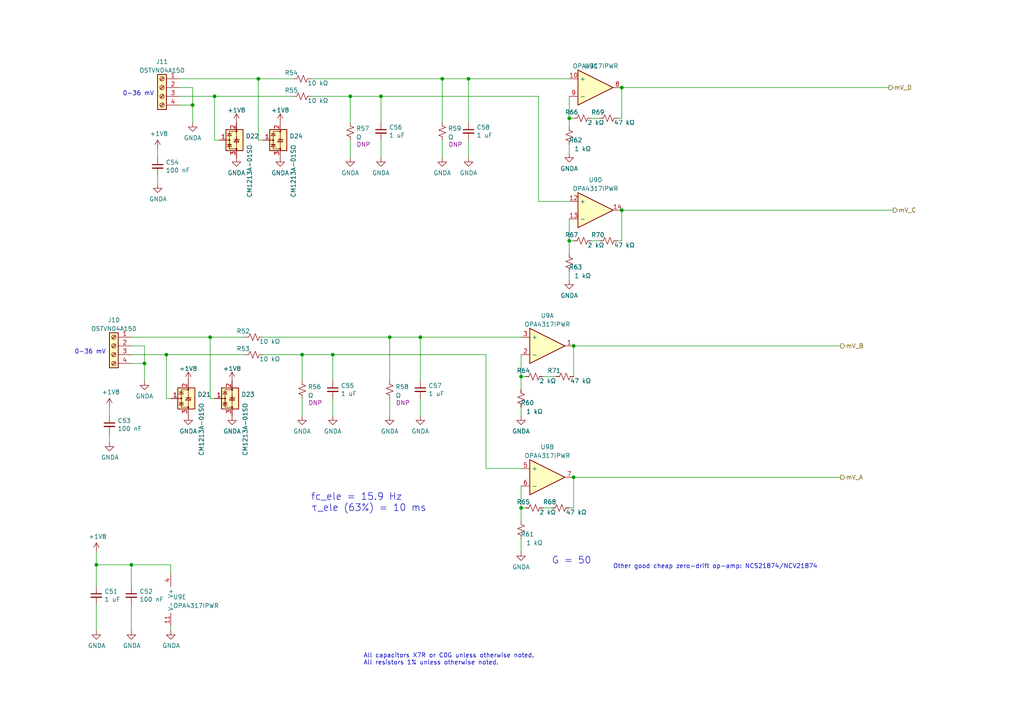
<source format=kicad_sch>
(kicad_sch (version 20211123) (generator eeschema)
  (paper "A4")
  (title_block (title "CANbus Acquisition Module") (date "2022-06-01") (rev "A1") (company "École de Technologie Supérieure - Laboratoire thermique et science du bâtiment (LTSB)") (comment 1 "Designer: Hugo Boyce"))
  (lib_symbols
    (symbol "Amplifier_Operational:OPA4196xPW"
      (property "Reference" "U" (at 0 3.81 0))
      (property "Value" "OPA4196xPW" (at 0 -3.81 0))
      (symbol "OPA4196xPW_1_1"
        (polyline (pts (xy -5.08 5.08) (xy 5.08 0) (xy -5.08 -5.08) (xy -5.08 5.08)) (stroke (width 0.254)) (fill (type background)))
        (pin output line (at 7.62 0 180) (length 2.54) (name "~") (number "1"))
        (pin input line (at -7.62 -2.54 0) (length 2.54) (name "-") (number "2"))
        (pin input line (at -7.62 2.54 0) (length 2.54) (name "+") (number "3"))
      )
      (symbol "OPA4196xPW_2_1"
        (polyline (pts (xy -5.08 5.08) (xy 5.08 0) (xy -5.08 -5.08) (xy -5.08 5.08)) (stroke (width 0.254)) (fill (type background)))
        (pin input line (at -7.62 2.54 0) (length 2.54) (name "+") (number "5"))
        (pin input line (at -7.62 -2.54 0) (length 2.54) (name "-") (number "6"))
        (pin output line (at 7.62 0 180) (length 2.54) (name "~") (number "7"))
      )
      (symbol "OPA4196xPW_3_1"
        (polyline (pts (xy -5.08 5.08) (xy 5.08 0) (xy -5.08 -5.08) (xy -5.08 5.08)) (stroke (width 0.254)) (fill (type background)))
        (pin input line (at -7.62 2.54 0) (length 2.54) (name "+") (number "10"))
        (pin output line (at 7.62 0 180) (length 2.54) (name "~") (number "8"))
        (pin input line (at -7.62 -2.54 0) (length 2.54) (name "-") (number "9"))
      )
      (symbol "OPA4196xPW_4_1"
        (polyline (pts (xy -5.08 5.08) (xy 5.08 0) (xy -5.08 -5.08) (xy -5.08 5.08)) (stroke (width 0.254)) (fill (type background)))
        (pin input line (at -7.62 2.54 0) (length 2.54) (name "+") (number "12"))
        (pin input line (at -7.62 -2.54 0) (length 2.54) (name "-") (number "13"))
        (pin output line (at 7.62 0 180) (length 2.54) (name "~") (number "14"))
      )
      (symbol "OPA4196xPW_5_1"
        (pin power_in line (at -2.54 -7.62 90) (length 3.81) (name "V-") (number "11"))
        (pin power_in line (at -2.54 7.62 270) (length 3.81) (name "V+") (number "4"))
      )
    )
    (symbol "Connector:Screw_Terminal_01x04" (pin_names (offset 1.016) hide)
      (property "Reference" "J" (at 0 5.08 0))
      (property "Value" "Screw_Terminal_01x04" (at 0 -7.62 0))
      (symbol "Screw_Terminal_01x04_1_1"
        (rectangle (start -1.27 3.81) (end 1.27 -6.35) (stroke (width 0.254)) (fill (type background)))
        (circle (center 0 -5.08) (radius 0.635) (stroke (width 0.1524)))
        (circle (center 0 -2.54) (radius 0.635) (stroke (width 0.1524)))
        (polyline (pts (xy -0.5334 -4.7498) (xy 0.3302 -5.588)) (stroke (width 0.1524)))
        (polyline (pts (xy -0.5334 -2.2098) (xy 0.3302 -3.048)) (stroke (width 0.1524)))
        (polyline (pts (xy -0.5334 0.3302) (xy 0.3302 -0.508)) (stroke (width 0.1524)))
        (polyline (pts (xy -0.5334 2.8702) (xy 0.3302 2.032)) (stroke (width 0.1524)))
        (polyline (pts (xy -0.3556 -4.572) (xy 0.508 -5.4102)) (stroke (width 0.1524)))
        (polyline (pts (xy -0.3556 -2.032) (xy 0.508 -2.8702)) (stroke (width 0.1524)))
        (polyline (pts (xy -0.3556 0.508) (xy 0.508 -0.3302)) (stroke (width 0.1524)))
        (polyline (pts (xy -0.3556 3.048) (xy 0.508 2.2098)) (stroke (width 0.1524)))
        (circle (center 0 0) (radius 0.635) (stroke (width 0.1524)))
        (circle (center 0 2.54) (radius 0.635) (stroke (width 0.1524)))
        (pin passive line (at -5.08 2.54 0) (length 3.81) (name "Pin_1") (number "1"))
        (pin passive line (at -5.08 0 0) (length 3.81) (name "Pin_2") (number "2"))
        (pin passive line (at -5.08 -2.54 0) (length 3.81) (name "Pin_3") (number "3"))
        (pin passive line (at -5.08 -5.08 0) (length 3.81) (name "Pin_4") (number "4"))
      )
    )
    (symbol "Device:C_Small" (pin_numbers hide) (pin_names (offset 0.254) hide)
      (property "Reference" "C" (at 0.254 1.778 0))
      (property "Value" "C_Small" (at 0.254 -2.032 0))
      (symbol "C_Small_0_1"
        (polyline (pts (xy -1.524 -0.508) (xy 1.524 -0.508)) (stroke (width 0.3302)))
        (polyline (pts (xy -1.524 0.508) (xy 1.524 0.508)) (stroke (width 0.3048)))
      )
      (symbol "C_Small_1_1"
        (pin passive line (at 0 2.54 270) (length 2.032) (name "~") (number "1"))
        (pin passive line (at 0 -2.54 90) (length 2.032) (name "~") (number "2"))
      )
    )
    (symbol "Device:R_Small_US" (pin_numbers hide) (pin_names (offset 0.254) hide)
      (property "Reference" "R" (at 0.762 0.508 0))
      (property "Value" "R_Small_US" (at 0.762 -1.016 0))
      (symbol "R_Small_US_1_1"
        (polyline (pts (xy 0 0) (xy 1.016 -0.381) (xy 0 -0.762) (xy -1.016 -1.143) (xy 0 -1.524)))
        (polyline (pts (xy 0 1.524) (xy 1.016 1.143) (xy 0 0.762) (xy -1.016 0.381) (xy 0 0)))
        (pin passive line (at 0 2.54 270) (length 1.016) (name "~") (number "1"))
        (pin passive line (at 0 -2.54 90) (length 1.016) (name "~") (number "2"))
      )
    )
    (symbol "Power_Protection:CM1213A-01SO" (pin_names hide)
      (property "Reference" "D" (at 0 5.08 0))
      (property "Value" "CM1213A-01SO" (at 0 3.175 0))
      (symbol "CM1213A-01SO_0_1"
        (rectangle (start -3.048 -3.048) (end 3.048 1.905) (stroke (width 0.254)) (fill (type background)))
        (circle (center -2.54 0) (radius 0.2032) (fill (type outline)))
        (circle (center 0 -2.032) (radius 0.2032) (fill (type outline)))
        (polyline (pts (xy -2.54 -2.032) (xy -2.54 0)))
        (polyline (pts (xy -1.905 -2.667) (xy -1.905 -1.397)))
        (polyline (pts (xy -1.016 0) (xy -3.81 0)))
        (polyline (pts (xy -0.635 -2.032) (xy -2.54 -2.032)))
        (polyline (pts (xy -0.635 -2.032) (xy 0.635 -2.032)))
        (polyline (pts (xy -0.254 -0.762) (xy -0.254 0.762)))
        (polyline (pts (xy -0.254 0.762) (xy -0.254 0.762)))
        (polyline (pts (xy 0 -2.54) (xy 0 -2.032)))
        (polyline (pts (xy 0 0.762) (xy -0.254 0.762)))
        (polyline (pts (xy 0.889 0) (xy -1.016 0)))
        (polyline (pts (xy 0.889 0) (xy -1.016 0)))
        (polyline (pts (xy 0.889 0) (xy 2.54 0)))
        (polyline (pts (xy 1.27 -2.667) (xy 1.27 -1.397)))
        (polyline (pts (xy 1.27 -2.667) (xy 1.27 -1.397)))
        (polyline (pts (xy 2.54 -2.032) (xy 0.635 -2.032)))
        (polyline (pts (xy 2.54 -2.032) (xy 0.635 -2.032)))
        (polyline (pts (xy 2.54 -2.032) (xy 2.54 0)))
        (polyline (pts (xy -1.27 -2.667) (xy -1.27 -1.397) (xy -1.905 -2.032) (xy -1.27 -2.667)))
        (polyline (pts (xy 0.508 -0.762) (xy 0.508 0.762) (xy -0.254 0) (xy 0.508 -0.762)))
        (polyline (pts (xy 0.508 -0.762) (xy 0.508 0.762) (xy -0.254 0) (xy 0.508 -0.762)))
        (polyline (pts (xy 1.905 -2.667) (xy 1.905 -1.397) (xy 1.27 -2.032) (xy 1.905 -2.667)))
        (circle (center 2.54 0) (radius 0.2032) (fill (type outline)))
      )
      (symbol "CM1213A-01SO_1_1"
        (pin passive line (at 0 -5.08 90) (length 2.54) (name "CH1") (number "1"))
        (pin passive line (at -5.08 0 0) (length 2.54) (name "VP") (number "2"))
        (pin passive line (at 5.08 0 180) (length 2.54) (name "VN") (number "3"))
      )
    )
    (symbol "power:+1V8" (power) (pin_names (offset 0))
      (property "Value" "+1V8" (at 0 3.556 0))
      (symbol "+1V8_0_1"
        (polyline (pts (xy -0.762 1.27) (xy 0 2.54)))
        (polyline (pts (xy 0 0) (xy 0 2.54)))
        (polyline (pts (xy 0 2.54) (xy 0.762 1.27)))
      )
      (symbol "+1V8_1_1"
        (pin power_in line (at 0 0 90) (length 0) hide (name "+1V8") (number "1"))
      )
    )
    (symbol "power:GNDA" (power) (pin_names (offset 0))
      (property "Value" "GNDA" (at 0 -3.81 0))
      (symbol "GNDA_0_1"
        (polyline (pts (xy 0 0) (xy 0 -1.27) (xy 1.27 -1.27) (xy 0 -2.54) (xy -1.27 -1.27) (xy 0 -1.27)))
      )
      (symbol "GNDA_1_1"
        (pin power_in line (at 0 0 270) (length 0) hide (name "GNDA") (number "1"))
      )
    )
  )
  (junction (at 48.26 102.87))
  (junction (at 110.49 27.94))
  (junction (at 180.34 60.96))
  (junction (at 166.37 138.43))
  (junction (at 62.23 27.94))
  (junction (at 113.03 97.79))
  (junction (at 166.37 100.33))
  (junction (at 165.1 69.85))
  (junction (at 151.13 109.22))
  (junction (at 74.93 22.86))
  (junction (at 135.89 22.86))
  (junction (at 180.34 25.4))
  (junction (at 27.94 163.83))
  (junction (at 41.91 105.41))
  (junction (at 87.63 102.87))
  (junction (at 60.96 97.79))
  (junction (at 38.1 163.83))
  (junction (at 96.52 102.87))
  (junction (at 121.92 97.79))
  (junction (at 101.6 27.94))
  (junction (at 128.27 22.86))
  (junction (at 151.13 147.32))
  (junction (at 165.1 34.29))
  (junction (at 55.88 30.48))
  (wire (pts (xy 27.94 175.26) (xy 27.94 182.88)))
  (wire (pts (xy 140.97 135.89) (xy 151.13 135.89)))
  (wire (pts (xy 90.17 27.94) (xy 101.6 27.94)))
  (wire (pts (xy 165.1 69.85) (xy 166.37 69.85)))
  (wire (pts (xy 76.2 97.79) (xy 113.03 97.79)))
  (wire (pts (xy 156.21 58.42) (xy 165.1 58.42)))
  (wire (pts (xy 74.93 40.64) (xy 74.93 22.86)))
  (wire (pts (xy 55.88 25.4) (xy 55.88 30.48)))
  (wire (pts (xy 52.07 30.48) (xy 55.88 30.48)))
  (wire (pts (xy 52.07 25.4) (xy 55.88 25.4)))
  (wire (pts (xy 110.49 40.64) (xy 110.49 45.72)))
  (wire (pts (xy 96.52 102.87) (xy 140.97 102.87)))
  (wire (pts (xy 87.63 102.87) (xy 87.63 110.49)))
  (wire (pts (xy 41.91 100.33) (xy 41.91 105.41)))
  (wire (pts (xy 113.03 97.79) (xy 121.92 97.79)))
  (wire (pts (xy 121.92 115.57) (xy 121.92 120.65)))
  (wire (pts (xy 165.1 147.32) (xy 166.37 147.32)))
  (wire (pts (xy 166.37 138.43) (xy 243.84 138.43)))
  (wire (pts (xy 38.1 163.83) (xy 27.94 163.83)))
  (wire (pts (xy 63.5 40.64) (xy 62.23 40.64)))
  (wire (pts (xy 171.45 34.29) (xy 173.99 34.29)))
  (wire (pts (xy 165.1 34.29) (xy 165.1 36.83)))
  (wire (pts (xy 96.52 102.87) (xy 96.52 110.49)))
  (wire (pts (xy 60.96 97.79) (xy 71.12 97.79)))
  (wire (pts (xy 48.26 102.87) (xy 71.12 102.87)))
  (wire (pts (xy 76.2 40.64) (xy 74.93 40.64)))
  (wire (pts (xy 151.13 147.32) (xy 151.13 151.13)))
  (wire (pts (xy 151.13 140.97) (xy 151.13 147.32)))
  (wire (pts (xy 165.1 69.85) (xy 165.1 73.66)))
  (wire (pts (xy 113.03 97.79) (xy 113.03 110.49)))
  (wire (pts (xy 121.92 97.79) (xy 151.13 97.79)))
  (wire (pts (xy 52.07 22.86) (xy 74.93 22.86)))
  (wire (pts (xy 62.23 27.94) (xy 85.09 27.94)))
  (wire (pts (xy 151.13 156.21) (xy 151.13 160.02)))
  (wire (pts (xy 179.07 69.85) (xy 180.34 69.85)))
  (wire (pts (xy 38.1 97.79) (xy 60.96 97.79)))
  (wire (pts (xy 27.94 163.83) (xy 27.94 160.02)))
  (wire (pts (xy 38.1 105.41) (xy 41.91 105.41)))
  (wire (pts (xy 156.21 27.94) (xy 156.21 58.42)))
  (wire (pts (xy 151.13 109.22) (xy 152.4 109.22)))
  (wire (pts (xy 151.13 147.32) (xy 152.4 147.32)))
  (wire (pts (xy 157.48 109.22) (xy 161.29 109.22)))
  (wire (pts (xy 140.97 102.87) (xy 140.97 135.89)))
  (wire (pts (xy 165.1 27.94) (xy 165.1 34.29)))
  (wire (pts (xy 121.92 97.79) (xy 121.92 110.49)))
  (wire (pts (xy 49.53 181.61) (xy 49.53 182.88)))
  (wire (pts (xy 166.37 100.33) (xy 243.84 100.33)))
  (wire (pts (xy 113.03 115.57) (xy 113.03 120.65)))
  (wire (pts (xy 151.13 109.22) (xy 151.13 113.03)))
  (wire (pts (xy 135.89 40.64) (xy 135.89 45.72)))
  (wire (pts (xy 45.72 45.72) (xy 45.72 43.18)))
  (wire (pts (xy 151.13 118.11) (xy 151.13 120.65)))
  (wire (pts (xy 76.2 102.87) (xy 87.63 102.87)))
  (wire (pts (xy 31.75 120.65) (xy 31.75 118.11)))
  (wire (pts (xy 171.45 69.85) (xy 173.99 69.85)))
  (wire (pts (xy 62.23 40.64) (xy 62.23 27.94)))
  (wire (pts (xy 135.89 22.86) (xy 135.89 35.56)))
  (wire (pts (xy 165.1 34.29) (xy 166.37 34.29)))
  (wire (pts (xy 166.37 100.33) (xy 166.37 109.22)))
  (wire (pts (xy 165.1 41.91) (xy 165.1 44.45)))
  (wire (pts (xy 128.27 40.64) (xy 128.27 45.72)))
  (wire (pts (xy 165.1 78.74) (xy 165.1 81.28)))
  (wire (pts (xy 166.37 147.32) (xy 166.37 138.43)))
  (wire (pts (xy 62.23 115.57) (xy 60.96 115.57)))
  (wire (pts (xy 180.34 69.85) (xy 180.34 60.96)))
  (wire (pts (xy 38.1 170.18) (xy 38.1 163.83)))
  (wire (pts (xy 87.63 115.57) (xy 87.63 120.65)))
  (wire (pts (xy 90.17 22.86) (xy 128.27 22.86)))
  (wire (pts (xy 151.13 102.87) (xy 151.13 109.22)))
  (wire (pts (xy 38.1 102.87) (xy 48.26 102.87)))
  (wire (pts (xy 101.6 27.94) (xy 110.49 27.94)))
  (wire (pts (xy 179.07 34.29) (xy 180.34 34.29)))
  (wire (pts (xy 157.48 147.32) (xy 160.02 147.32)))
  (wire (pts (xy 60.96 115.57) (xy 60.96 97.79)))
  (wire (pts (xy 180.34 60.96) (xy 259.08 60.96)))
  (wire (pts (xy 128.27 22.86) (xy 128.27 35.56)))
  (wire (pts (xy 38.1 175.26) (xy 38.1 182.88)))
  (wire (pts (xy 38.1 100.33) (xy 41.91 100.33)))
  (wire (pts (xy 128.27 22.86) (xy 135.89 22.86)))
  (wire (pts (xy 31.75 125.73) (xy 31.75 128.27)))
  (wire (pts (xy 48.26 115.57) (xy 48.26 102.87)))
  (wire (pts (xy 110.49 27.94) (xy 110.49 35.56)))
  (wire (pts (xy 101.6 40.64) (xy 101.6 45.72)))
  (wire (pts (xy 38.1 163.83) (xy 49.53 163.83)))
  (wire (pts (xy 180.34 25.4) (xy 180.34 34.29)))
  (wire (pts (xy 96.52 115.57) (xy 96.52 120.65)))
  (wire (pts (xy 55.88 30.48) (xy 55.88 35.56)))
  (wire (pts (xy 101.6 27.94) (xy 101.6 35.56)))
  (wire (pts (xy 87.63 102.87) (xy 96.52 102.87)))
  (wire (pts (xy 110.49 27.94) (xy 156.21 27.94)))
  (wire (pts (xy 45.72 50.8) (xy 45.72 53.34)))
  (wire (pts (xy 135.89 22.86) (xy 165.1 22.86)))
  (wire (pts (xy 49.53 166.37) (xy 49.53 163.83)))
  (wire (pts (xy 27.94 170.18) (xy 27.94 163.83)))
  (wire (pts (xy 180.34 25.4) (xy 257.81 25.4)))
  (wire (pts (xy 49.53 115.57) (xy 48.26 115.57)))
  (wire (pts (xy 74.93 22.86) (xy 85.09 22.86)))
  (wire (pts (xy 52.07 27.94) (xy 62.23 27.94)))
  (wire (pts (xy 41.91 105.41) (xy 41.91 110.49)))
  (wire (pts (xy 165.1 63.5) (xy 165.1 69.85)))
  (text "All capacitors X7R or C0G unless otherwise noted.\nAll resistors 1% unless otherwise noted." (at 105.41 193.04 0) (effects (font (size 1.27 1.27)) (justify left bottom)))
  (text "Other good cheap zero-drift op-amp: NCS21874/NCV21874" (at 177.8 165.1 0) (effects (font (size 1.27 1.27)) (justify left bottom)))
  (text "0-36 mV" (at 21.59 102.87 0) (effects (font (size 1.27 1.27)) (justify left bottom)))
  (text "G = 50" (at 160.02 163.83 0) (effects (font (size 2 2)) (justify left bottom)))
  (text "0-36 mV" (at 35.56 27.94 0) (effects (font (size 1.27 1.27)) (justify left bottom)))
  (text "fc_ele = 15.9 Hz\nτ_ele (63%) = 10 ms" (at 90.17 148.59 0) (effects (font (size 2 2)) (justify left bottom)))
  (hierarchical_label "mV_D" (shape output) (at 257.81 25.4 0))
  (hierarchical_label "mV_C" (shape output) (at 259.08 60.96 0))
  (hierarchical_label "mV_B" (shape output) (at 243.84 100.33 0))
  (hierarchical_label "mV_A" (shape output) (at 243.84 138.43 0))
  (symbol (lib_id "power:+1V8") (at 68.58 35.56 0) (unit 1)
    (property "Reference" "#PWR0152" (effects hide))
    (property "Value" "+1V8" (at 68.58 31.9842 0))
  )
  (symbol (lib_id "power:+1V8") (at 54.61 110.49 0) (unit 1)
    (property "Reference" "#PWR0150" (effects hide))
    (property "Value" "+1V8" (at 54.61 106.9142 0))
  )
  (symbol (lib_id "Device:R_Small_US") (at 162.56 147.32 90) (unit 1)
    (property "Reference" "R68" (at 161.3916 145.5928 90) (effects (justify left)))
    (property "Value" "47 kΩ" (at 170.18 148.59 90) (effects (justify left)))
    (property "Footprint" "Resistor_SMD:R_0603_1608Metric" (effects hide))
    (property "Mfr." "TE Connectivity" (effects hide))
    (property "P/N" "CRGCQ0603F47K" (effects hide))
  )
  (symbol (lib_id "power:GNDA") (at 101.6 45.72 0) (unit 1)
    (property "Reference" "#PWR0159" (effects hide))
    (property "Value" "GNDA" (at 101.6 50.1634 0))
  )
  (symbol (lib_id "power:GNDA") (at 27.94 182.88 0) (unit 1)
    (property "Reference" "#PWR0141" (effects hide))
    (property "Value" "GNDA" (at 28.067 187.2742 0))
  )
  (symbol (lib_id "power:GNDA") (at 113.03 120.65 0) (unit 1)
    (property "Reference" "#PWR0162" (effects hide))
    (property "Value" "GNDA" (at 113.03 125.0934 0))
  )
  (symbol (lib_id "power:GNDA") (at 81.28 45.72 0) (unit 1)
    (property "Reference" "#PWR0157" (effects hide))
    (property "Value" "GNDA" (at 81.28 50.1634 0))
  )
  (symbol (lib_id "Device:R_Small_US") (at 128.27 38.1 0) (unit 1)
    (property "Reference" "R59" (at 129.921 37.2653 0) (effects (justify left)))
    (property "Value" "Ω" (at 129.921 39.8022 0) (effects (justify left)))
    (property "Footprint" "Resistor_SMD:R_0603_1608Metric" (effects hide))
    (property "Do Not Place" "DNP" (at 132.08 41.91 0))
  )
  (symbol (lib_id "Device:C_Small") (at 45.72 48.26 0) (unit 1)
    (property "Reference" "C54" (at 48.0568 47.0916 0) (effects (justify left)))
    (property "Value" "100 nF" (at 48.0568 49.403 0) (effects (justify left)))
    (property "Footprint" "Capacitor_SMD:C_0402_1005Metric" (effects hide))
    (property "Mfr." "KYOCERA AVX " (effects hide))
    (property "P/N" "0402YC104KAT2A" (effects hide))
    (property "Rated Voltage" "16V" (effects hide))
  )
  (symbol (lib_id "Device:C_Small") (at 135.89 38.1 0) (unit 1)
    (property "Reference" "C58" (at 138.2268 36.9316 0) (effects (justify left)))
    (property "Value" "1 uF" (at 138.2268 39.243 0) (effects (justify left)))
    (property "Footprint" "Capacitor_SMD:C_0603_1608Metric" (effects hide))
    (property "Mfr." "Samsung Electro-Mechanics " (effects hide))
    (property "P/N" "CL10B105KA8NNNC" (effects hide))
    (property "Rated Voltage" "25V" (effects hide))
  )
  (symbol (lib_id "power:+1V8") (at 45.72 43.18 0) (unit 1)
    (property "Reference" "#PWR0145" (effects hide))
    (property "Value" "+1V8" (at 46.101 38.7858 0))
  )
  (symbol (lib_id "power:GNDA") (at 128.27 45.72 0) (unit 1)
    (property "Reference" "#PWR0163" (effects hide))
    (property "Value" "GNDA" (at 128.27 50.1634 0))
  )
  (symbol (lib_id "Amplifier_Operational:OPA4196xPW") (at 158.75 100.33 0) (unit 1)
    (property "Reference" "U9" (at 158.75 91.5502 0))
    (property "Value" "OPA4317IPWR" (at 158.75 94.0871 0))
    (property "Footprint" "Package_SO:TSSOP-14_4.4x5mm_P0.65mm" (effects hide))
    (property "Datasheet" "https://www.ti.com/general/docs/suppproductinfo.tsp?distId=10&gotoUrl=https%3A%2F%2Fwww.ti.com%2Flit%2Fgpn%2Fopa4317" (effects hide))
    (property "Mfr." "Texas Instruments" (effects hide))
    (property "P/N" "OPA4317IPWR" (effects hide))
  )
  (symbol (lib_id "power:GNDA") (at 165.1 81.28 0) (unit 1)
    (property "Reference" "#PWR0169" (effects hide))
    (property "Value" "GNDA" (at 165.1 85.7234 0))
  )
  (symbol (lib_id "Device:C_Small") (at 38.1 172.72 0) (unit 1)
    (property "Reference" "C52" (at 40.4368 171.5516 0) (effects (justify left)))
    (property "Value" "100 nF" (at 40.4368 173.863 0) (effects (justify left)))
    (property "Footprint" "Capacitor_SMD:C_0402_1005Metric" (effects hide))
    (property "Mfr." "KYOCERA AVX " (effects hide))
    (property "P/N" "0402YC104KAT2A" (effects hide))
    (property "Rated Voltage" "16V" (effects hide))
  )
  (symbol (lib_id "Device:R_Small_US") (at 73.66 97.79 90) (unit 1)
    (property "Reference" "R52" (at 72.4916 96.0628 90) (effects (justify left)))
    (property "Value" "10 kΩ" (at 81.28 99.06 90) (effects (justify left)))
    (property "Footprint" "Resistor_SMD:R_0603_1608Metric" (effects hide))
    (property "Mfr." "Stackpole" (effects hide))
    (property "P/N" "RMCF0603FT10K0" (effects hide))
  )
  (symbol (lib_id "Device:R_Small_US") (at 151.13 153.67 180) (unit 1)
    (property "Reference" "R61" (at 154.94 154.94 0) (effects (justify left)))
    (property "Value" "1 kΩ" (at 157.48 157.48 0) (effects (justify left)))
    (property "Footprint" "Resistor_SMD:R_0603_1608Metric" (effects hide))
    (property "Mfr." "Stackpole" (effects hide))
    (property "P/N" "RMCF0603FT1K00" (effects hide))
  )
  (symbol (lib_id "power:GNDA") (at 55.88 35.56 0) (unit 1)
    (property "Reference" "#PWR0149" (effects hide))
    (property "Value" "GNDA" (at 55.88 40.0034 0))
  )
  (symbol (lib_id "power:GNDA") (at 121.92 120.65 0) (unit 1)
    (property "Reference" "#PWR0164" (effects hide))
    (property "Value" "GNDA" (at 121.92 125.0934 0))
  )
  (symbol (lib_id "power:+1V8") (at 81.28 35.56 0) (unit 1)
    (property "Reference" "#PWR0156" (effects hide))
    (property "Value" "+1V8" (at 81.28 31.9842 0))
  )
  (symbol (lib_id "power:GNDA") (at 165.1 44.45 0) (unit 1)
    (property "Reference" "#PWR0168" (effects hide))
    (property "Value" "GNDA" (at 165.1 48.8934 0))
  )
  (symbol (lib_id "Device:R_Small_US") (at 87.63 113.03 0) (unit 1)
    (property "Reference" "R56" (at 89.281 112.1953 0) (effects (justify left)))
    (property "Value" "Ω" (at 89.281 114.7322 0) (effects (justify left)))
    (property "Footprint" "Resistor_SMD:R_0603_1608Metric" (effects hide))
    (property "Do Not Place" "DNP" (at 91.44 116.84 0))
  )
  (symbol (lib_id "power:+1V8") (at 27.94 160.02 0) (unit 1)
    (property "Reference" "#PWR0140" (effects hide))
    (property "Value" "+1V8" (at 28.321 155.6258 0))
  )
  (symbol (lib_id "Connector:Screw_Terminal_01x04") (at 46.99 25.4 0) (mirror y) (unit 1)
    (property "Reference" "J11" (at 46.99 17.8902 0))
    (property "Value" "OSTVN04A150" (at 46.99 20.4271 0))
    (property "Footprint" "CAN-Acquisition-Module:OSTVN04A150" (effects hide))
    (property "P/N" "OSTVN04A150" (effects hide))
    (property "Mfr." "On Shore Technology" (effects hide))
  )
  (symbol (lib_id "power:GNDA") (at 96.52 120.65 0) (unit 1)
    (property "Reference" "#PWR0160" (effects hide))
    (property "Value" "GNDA" (at 96.52 125.0934 0))
  )
  (symbol (lib_id "Device:R_Small_US") (at 168.91 34.29 90) (unit 1)
    (property "Reference" "R66" (at 167.7416 32.5628 90) (effects (justify left)))
    (property "Value" "2 kΩ" (at 175.26 35.56 90) (effects (justify left)))
    (property "Footprint" "Resistor_SMD:R_0603_1608Metric" (effects hide))
    (property "Mfr." "Stackpole" (effects hide))
    (property "P/N" "RMCF0603FT2K00" (effects hide))
  )
  (symbol (lib_id "Device:R_Small_US") (at 176.53 69.85 90) (unit 1)
    (property "Reference" "R70" (at 175.3616 68.1228 90) (effects (justify left)))
    (property "Value" "47 kΩ" (at 184.15 71.12 90) (effects (justify left)))
    (property "Footprint" "Resistor_SMD:R_0603_1608Metric" (effects hide))
    (property "Mfr." "TE Connectivity" (effects hide))
    (property "P/N" "CRGCQ0603F47K" (effects hide))
  )
  (symbol (lib_id "power:GNDA") (at 45.72 53.34 0) (unit 1)
    (property "Reference" "#PWR0146" (effects hide))
    (property "Value" "GNDA" (at 45.847 57.7342 0))
  )
  (symbol (lib_id "power:GNDA") (at 38.1 182.88 0) (unit 1)
    (property "Reference" "#PWR0142" (effects hide))
    (property "Value" "GNDA" (at 38.227 187.2742 0))
  )
  (symbol (lib_id "Device:R_Small_US") (at 73.66 102.87 90) (unit 1)
    (property "Reference" "R53" (at 72.4916 101.1428 90) (effects (justify left)))
    (property "Value" "10 kΩ" (at 81.28 104.14 90) (effects (justify left)))
    (property "Footprint" "Resistor_SMD:R_0603_1608Metric" (effects hide))
    (property "Mfr." "Stackpole" (effects hide))
    (property "P/N" "RMCF0603FT10K0" (effects hide))
  )
  (symbol (lib_id "Device:C_Small") (at 110.49 38.1 0) (unit 1)
    (property "Reference" "C56" (at 112.8268 36.9316 0) (effects (justify left)))
    (property "Value" "1 uF" (at 112.8268 39.243 0) (effects (justify left)))
    (property "Footprint" "Capacitor_SMD:C_0603_1608Metric" (effects hide))
    (property "Mfr." "Samsung Electro-Mechanics " (effects hide))
    (property "P/N" "CL10B105KA8NNNC" (effects hide))
    (property "Rated Voltage" "25V" (effects hide))
  )
  (symbol (lib_id "Device:R_Small_US") (at 87.63 22.86 90) (unit 1)
    (property "Reference" "R54" (at 86.4616 21.1328 90) (effects (justify left)))
    (property "Value" "10 kΩ" (at 95.25 24.13 90) (effects (justify left)))
    (property "Footprint" "Resistor_SMD:R_0603_1608Metric" (effects hide))
    (property "Mfr." "Stackpole" (effects hide))
    (property "P/N" "RMCF0603FT10K0" (effects hide))
  )
  (symbol (lib_id "Device:R_Small_US") (at 154.94 147.32 90) (unit 1)
    (property "Reference" "R65" (at 153.7716 145.5928 90) (effects (justify left)))
    (property "Value" "2 kΩ" (at 161.29 148.59 90) (effects (justify left)))
    (property "Footprint" "Resistor_SMD:R_0603_1608Metric" (effects hide))
    (property "Mfr." "Stackpole" (effects hide))
    (property "P/N" "RMCF0603FT2K00" (effects hide))
  )
  (symbol (lib_id "Power_Protection:CM1213A-01SO") (at 68.58 40.64 270) (unit 1)
    (property "Reference" "D22" (at 71.247 39.4878 90) (effects (justify left)))
    (property "Value" "CM1213A-01SO" (at 72.39 41.91 0) (effects (justify left)))
    (property "Footprint" "Package_TO_SOT_SMD:SOT-23" (effects hide))
    (property "Datasheet" "http://www.onsemi.com/pub_link/Collateral/CM1213A-D.PDF" (effects hide))
    (property "Mfr." "Diodes Incorporated" (effects hide))
    (property "P/N" "D1213A-01SO-7" (effects hide))
  )
  (symbol (lib_id "Power_Protection:CM1213A-01SO") (at 67.31 115.57 270) (unit 1)
    (property "Reference" "D23" (at 69.977 114.4178 90) (effects (justify left)))
    (property "Value" "CM1213A-01SO" (at 71.12 116.84 0) (effects (justify left)))
    (property "Footprint" "Package_TO_SOT_SMD:SOT-23" (effects hide))
    (property "Datasheet" "http://www.onsemi.com/pub_link/Collateral/CM1213A-D.PDF" (effects hide))
    (property "Mfr." "Diodes Incorporated" (effects hide))
    (property "P/N" "D1213A-01SO-7" (effects hide))
  )
  (symbol (lib_id "Power_Protection:CM1213A-01SO") (at 54.61 115.57 270) (unit 1)
    (property "Reference" "D21" (at 57.277 114.4178 90) (effects (justify left)))
    (property "Value" "CM1213A-01SO" (at 58.42 116.84 0) (effects (justify left)))
    (property "Footprint" "Package_TO_SOT_SMD:SOT-23" (effects hide))
    (property "Datasheet" "http://www.onsemi.com/pub_link/Collateral/CM1213A-D.PDF" (effects hide))
    (property "Mfr." "Diodes Incorporated" (effects hide))
    (property "P/N" "D1213A-01SO-7" (effects hide))
  )
  (symbol (lib_id "Device:R_Small_US") (at 154.94 109.22 90) (unit 1)
    (property "Reference" "R64" (at 153.7716 107.4928 90) (effects (justify left)))
    (property "Value" "2 kΩ" (at 161.29 110.49 90) (effects (justify left)))
    (property "Footprint" "Resistor_SMD:R_0603_1608Metric" (effects hide))
    (property "Mfr." "Stackpole" (effects hide))
    (property "P/N" "RMCF0603FT2K00" (effects hide))
  )
  (symbol (lib_id "Device:C_Small") (at 27.94 172.72 0) (unit 1)
    (property "Reference" "C51" (at 30.2768 171.5516 0) (effects (justify left)))
    (property "Value" "1 uF" (at 30.2768 173.863 0) (effects (justify left)))
    (property "Footprint" "Capacitor_SMD:C_0603_1608Metric" (effects hide))
    (property "Mfr." "Samsung Electro-Mechanics " (effects hide))
    (property "P/N" "CL10B105KA8NNNC" (effects hide))
    (property "Rated Voltage" "25V" (effects hide))
  )
  (symbol (lib_id "Amplifier_Operational:OPA4196xPW") (at 172.72 25.4 0) (unit 3)
    (property "Reference" "U9" (at 171.45 19.1602 0))
    (property "Value" "OPA4317IPWR" (at 172.72 19.1571 0))
    (property "Footprint" "Package_SO:TSSOP-14_4.4x5mm_P0.65mm" (effects hide))
    (property "Datasheet" "https://www.ti.com/general/docs/suppproductinfo.tsp?distId=10&gotoUrl=https%3A%2F%2Fwww.ti.com%2Flit%2Fgpn%2Fopa4317" (effects hide))
    (property "Mfr." "Texas Instruments" (effects hide))
    (property "P/N" "OPA4317IPWR" (effects hide))
  )
  (symbol (lib_id "Device:R_Small_US") (at 176.53 34.29 90) (unit 1)
    (property "Reference" "R69" (at 175.3616 32.5628 90) (effects (justify left)))
    (property "Value" "47 kΩ" (at 184.15 35.56 90) (effects (justify left)))
    (property "Footprint" "Resistor_SMD:R_0603_1608Metric" (effects hide))
    (property "Mfr." "TE Connectivity" (effects hide))
    (property "P/N" "CRGCQ0603F47K" (effects hide))
  )
  (symbol (lib_id "power:GNDA") (at 87.63 120.65 0) (unit 1)
    (property "Reference" "#PWR0158" (effects hide))
    (property "Value" "GNDA" (at 87.63 125.0934 0))
  )
  (symbol (lib_id "Connector:Screw_Terminal_01x04") (at 33.02 100.33 0) (mirror y) (unit 1)
    (property "Reference" "J10" (at 33.02 92.8202 0))
    (property "Value" "OSTVN04A150" (at 33.02 95.3571 0))
    (property "Footprint" "CAN-Acquisition-Module:OSTVN04A150" (effects hide))
    (property "P/N" "OSTVN04A150" (effects hide))
    (property "Mfr." "On Shore Technology" (effects hide))
  )
  (symbol (lib_id "Amplifier_Operational:OPA4196xPW") (at 172.72 60.96 0) (unit 4)
    (property "Reference" "U9" (at 172.72 52.1802 0))
    (property "Value" "OPA4317IPWR" (at 172.72 54.7171 0))
    (property "Footprint" "Package_SO:TSSOP-14_4.4x5mm_P0.65mm" (effects hide))
    (property "Datasheet" "https://www.ti.com/general/docs/suppproductinfo.tsp?distId=10&gotoUrl=https%3A%2F%2Fwww.ti.com%2Flit%2Fgpn%2Fopa4317" (effects hide))
    (property "Mfr." "Texas Instruments" (effects hide))
    (property "P/N" "OPA4317IPWR" (effects hide))
  )
  (symbol (lib_id "Device:R_Small_US") (at 151.13 115.57 180) (unit 1)
    (property "Reference" "R60" (at 154.94 116.84 0) (effects (justify left)))
    (property "Value" "1 kΩ" (at 157.48 119.38 0) (effects (justify left)))
    (property "Footprint" "Resistor_SMD:R_0603_1608Metric" (effects hide))
    (property "Mfr." "Stackpole" (effects hide))
    (property "P/N" "RMCF0603FT1K00" (effects hide))
  )
  (symbol (lib_id "Device:R_Small_US") (at 165.1 39.37 180) (unit 1)
    (property "Reference" "R62" (at 168.91 40.64 0) (effects (justify left)))
    (property "Value" "1 kΩ" (at 171.45 43.18 0) (effects (justify left)))
    (property "Footprint" "Resistor_SMD:R_0603_1608Metric" (effects hide))
    (property "Mfr." "Stackpole" (effects hide))
    (property "P/N" "RMCF0603FT1K00" (effects hide))
  )
  (symbol (lib_id "Device:R_Small_US") (at 168.91 69.85 90) (unit 1)
    (property "Reference" "R67" (at 167.7416 68.1228 90) (effects (justify left)))
    (property "Value" "2 kΩ" (at 175.26 71.12 90) (effects (justify left)))
    (property "Footprint" "Resistor_SMD:R_0603_1608Metric" (effects hide))
    (property "Mfr." "Stackpole" (effects hide))
    (property "P/N" "RMCF0603FT2K00" (effects hide))
  )
  (symbol (lib_id "power:GNDA") (at 151.13 120.65 0) (unit 1)
    (property "Reference" "#PWR0166" (effects hide))
    (property "Value" "GNDA" (at 151.13 125.0934 0))
  )
  (symbol (lib_id "Device:R_Small_US") (at 87.63 27.94 90) (unit 1)
    (property "Reference" "R55" (at 86.4616 26.2128 90) (effects (justify left)))
    (property "Value" "10 kΩ" (at 95.25 29.21 90) (effects (justify left)))
    (property "Footprint" "Resistor_SMD:R_0603_1608Metric" (effects hide))
    (property "Mfr." "Stackpole" (effects hide))
    (property "P/N" "RMCF0603FT10K0" (effects hide))
  )
  (symbol (lib_id "power:GNDA") (at 151.13 160.02 0) (unit 1)
    (property "Reference" "#PWR0167" (effects hide))
    (property "Value" "GNDA" (at 151.13 164.4634 0))
  )
  (symbol (lib_id "Device:C_Small") (at 31.75 123.19 0) (unit 1)
    (property "Reference" "C53" (at 34.0868 122.0216 0) (effects (justify left)))
    (property "Value" "100 nF" (at 34.0868 124.333 0) (effects (justify left)))
    (property "Footprint" "Capacitor_SMD:C_0402_1005Metric" (effects hide))
    (property "Mfr." "KYOCERA AVX " (effects hide))
    (property "P/N" "0402YC104KAT2A" (effects hide))
    (property "Rated Voltage" "16V" (effects hide))
  )
  (symbol (lib_id "power:GNDA") (at 49.53 182.88 0) (unit 1)
    (property "Reference" "#PWR0147" (effects hide))
    (property "Value" "GNDA" (at 49.657 187.2742 0))
  )
  (symbol (lib_id "power:GNDA") (at 41.91 110.49 0) (unit 1)
    (property "Reference" "#PWR0148" (effects hide))
    (property "Value" "GNDA" (at 41.91 114.9334 0))
  )
  (symbol (lib_id "Device:R_Small_US") (at 113.03 113.03 0) (unit 1)
    (property "Reference" "R58" (at 114.681 112.1953 0) (effects (justify left)))
    (property "Value" "Ω" (at 114.681 114.7322 0) (effects (justify left)))
    (property "Footprint" "Resistor_SMD:R_0603_1608Metric" (effects hide))
    (property "Do Not Place" "DNP" (at 116.84 116.84 0))
  )
  (symbol (lib_id "power:+1V8") (at 31.75 118.11 0) (unit 1)
    (property "Reference" "#PWR0143" (effects hide))
    (property "Value" "+1V8" (at 32.131 113.7158 0))
  )
  (symbol (lib_id "Device:R_Small_US") (at 101.6 38.1 0) (unit 1)
    (property "Reference" "R57" (at 103.251 37.2653 0) (effects (justify left)))
    (property "Value" "Ω" (at 103.251 39.8022 0) (effects (justify left)))
    (property "Footprint" "Resistor_SMD:R_0603_1608Metric" (effects hide))
    (property "Do Not Place" "DNP" (at 105.41 41.91 0))
  )
  (symbol (lib_id "power:GNDA") (at 31.75 128.27 0) (unit 1)
    (property "Reference" "#PWR0144" (effects hide))
    (property "Value" "GNDA" (at 31.877 132.6642 0))
  )
  (symbol (lib_id "Device:C_Small") (at 121.92 113.03 0) (unit 1)
    (property "Reference" "C57" (at 124.2568 111.8616 0) (effects (justify left)))
    (property "Value" "1 uF" (at 124.2568 114.173 0) (effects (justify left)))
    (property "Footprint" "Capacitor_SMD:C_0603_1608Metric" (effects hide))
    (property "Mfr." "Samsung Electro-Mechanics " (effects hide))
    (property "P/N" "CL10B105KA8NNNC" (effects hide))
    (property "Rated Voltage" "25V" (effects hide))
  )
  (symbol (lib_id "Device:R_Small_US") (at 163.83 109.22 90) (unit 1)
    (property "Reference" "R71" (at 162.6616 107.4928 90) (effects (justify left)))
    (property "Value" "47 kΩ" (at 171.45 110.49 90) (effects (justify left)))
    (property "Footprint" "Resistor_SMD:R_0603_1608Metric" (effects hide))
    (property "Mfr." "TE Connectivity" (effects hide))
    (property "P/N" "CRGCQ0603F47K" (effects hide))
  )
  (symbol (lib_id "power:GNDA") (at 110.49 45.72 0) (unit 1)
    (property "Reference" "#PWR0161" (effects hide))
    (property "Value" "GNDA" (at 110.49 50.1634 0))
  )
  (symbol (lib_id "Device:C_Small") (at 96.52 113.03 0) (unit 1)
    (property "Reference" "C55" (at 98.8568 111.8616 0) (effects (justify left)))
    (property "Value" "1 uF" (at 98.8568 114.173 0) (effects (justify left)))
    (property "Footprint" "Capacitor_SMD:C_0603_1608Metric" (effects hide))
    (property "Mfr." "Samsung Electro-Mechanics " (effects hide))
    (property "P/N" "CL10B105KA8NNNC" (effects hide))
    (property "Rated Voltage" "25V" (effects hide))
  )
  (symbol (lib_id "power:GNDA") (at 54.61 120.65 0) (unit 1)
    (property "Reference" "#PWR0151" (effects hide))
    (property "Value" "GNDA" (at 54.61 125.0934 0))
  )
  (symbol (lib_id "Device:R_Small_US") (at 165.1 76.2 180) (unit 1)
    (property "Reference" "R63" (at 168.91 77.47 0) (effects (justify left)))
    (property "Value" "1 kΩ" (at 171.45 80.01 0) (effects (justify left)))
    (property "Footprint" "Resistor_SMD:R_0603_1608Metric" (effects hide))
    (property "Mfr." "Stackpole" (effects hide))
    (property "P/N" "RMCF0603FT1K00" (effects hide))
  )
  (symbol (lib_id "power:GNDA") (at 67.31 120.65 0) (unit 1)
    (property "Reference" "#PWR0155" (effects hide))
    (property "Value" "GNDA" (at 67.31 125.0934 0))
  )
  (symbol (lib_id "Amplifier_Operational:OPA4196xPW") (at 52.07 173.99 0) (unit 5)
    (property "Reference" "U9" (at 50.165 173.1553 0) (effects (justify left)))
    (property "Value" "OPA4317IPWR" (at 50.165 175.6922 0) (effects (justify left)))
    (property "Footprint" "Package_SO:TSSOP-14_4.4x5mm_P0.65mm" (effects hide))
    (property "Datasheet" "https://www.ti.com/general/docs/suppproductinfo.tsp?distId=10&gotoUrl=https%3A%2F%2Fwww.ti.com%2Flit%2Fgpn%2Fopa4317" (effects hide))
    (property "Mfr." "Texas Instruments" (effects hide))
    (property "P/N" "OPA4317IPWR" (effects hide))
  )
  (symbol (lib_id "power:+1V8") (at 67.31 110.49 0) (unit 1)
    (property "Reference" "#PWR0154" (effects hide))
    (property "Value" "+1V8" (at 67.31 106.9142 0))
  )
  (symbol (lib_id "Amplifier_Operational:OPA4196xPW") (at 158.75 138.43 0) (unit 2)
    (property "Reference" "U9" (at 158.75 129.6502 0))
    (property "Value" "OPA4317IPWR" (at 158.75 132.1871 0))
    (property "Footprint" "Package_SO:TSSOP-14_4.4x5mm_P0.65mm" (effects hide))
    (property "Datasheet" "https://www.ti.com/general/docs/suppproductinfo.tsp?distId=10&gotoUrl=https%3A%2F%2Fwww.ti.com%2Flit%2Fgpn%2Fopa4317" (effects hide))
    (property "Mfr." "Texas Instruments" (effects hide))
    (property "P/N" "OPA4317IPWR" (effects hide))
  )
  (symbol (lib_id "power:GNDA") (at 135.89 45.72 0) (unit 1)
    (property "Reference" "#PWR0165" (effects hide))
    (property "Value" "GNDA" (at 135.89 50.1634 0))
  )
  (symbol (lib_id "power:GNDA") (at 68.58 45.72 0) (unit 1)
    (property "Reference" "#PWR0153" (effects hide))
    (property "Value" "GNDA" (at 68.58 50.1634 0))
  )
  (symbol (lib_id "Power_Protection:CM1213A-01SO") (at 81.28 40.64 270) (unit 1)
    (property "Reference" "D24" (at 83.947 39.4878 90) (effects (justify left)))
    (property "Value" "CM1213A-01SO" (at 85.09 41.91 0) (effects (justify left)))
    (property "Footprint" "Package_TO_SOT_SMD:SOT-23" (effects hide))
    (property "Datasheet" "http://www.onsemi.com/pub_link/Collateral/CM1213A-D.PDF" (effects hide))
    (property "Mfr." "Diodes Incorporated" (effects hide))
    (property "P/N" "D1213A-01SO-7" (effects hide))
  )
)
</source>
